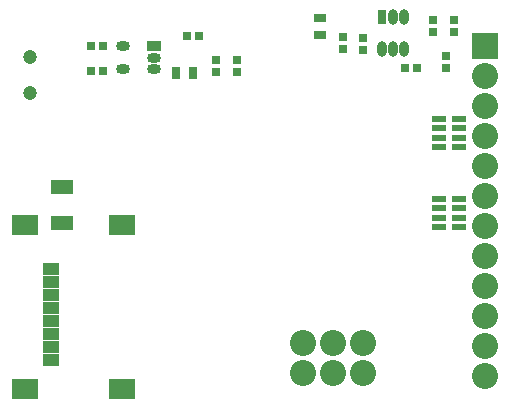
<source format=gbs>
G04*
G04 #@! TF.GenerationSoftware,Altium Limited,Altium Designer,18.1.9 (240)*
G04*
G04 Layer_Color=16711935*
%FSLAX25Y25*%
%MOIN*%
G70*
G01*
G75*
%ADD32R,0.07493X0.05131*%
%ADD33R,0.02992X0.02992*%
%ADD34R,0.02992X0.02992*%
%ADD49C,0.08674*%
%ADD50C,0.04737*%
%ADD51R,0.08674X0.08674*%
%ADD68R,0.04540X0.02375*%
%ADD69R,0.08674X0.06706*%
%ADD70R,0.05524X0.03950*%
%ADD71R,0.04567X0.03386*%
%ADD72O,0.04567X0.03386*%
%ADD73R,0.03162X0.05131*%
%ADD74O,0.03162X0.05131*%
%ADD75R,0.03950X0.03162*%
%ADD76R,0.03162X0.03950*%
D32*
X23622Y60827D02*
D03*
Y73032D02*
D03*
D33*
X33465Y111721D02*
D03*
X37402D02*
D03*
X65354Y123228D02*
D03*
X69291D02*
D03*
X33465Y119791D02*
D03*
X37402D02*
D03*
X138189Y112598D02*
D03*
X142126D02*
D03*
D34*
X81890Y111327D02*
D03*
Y115264D02*
D03*
X75197Y111327D02*
D03*
Y115264D02*
D03*
X117323Y122835D02*
D03*
Y118898D02*
D03*
X124016Y122622D02*
D03*
Y118685D02*
D03*
X147244Y128527D02*
D03*
Y124591D02*
D03*
X154252Y128528D02*
D03*
Y124591D02*
D03*
X151575Y112598D02*
D03*
Y116535D02*
D03*
D49*
X104016Y11024D02*
D03*
X114016D02*
D03*
X124016D02*
D03*
X104016Y21024D02*
D03*
X114016D02*
D03*
X124016D02*
D03*
X164567Y109921D02*
D03*
Y99921D02*
D03*
Y89921D02*
D03*
Y79921D02*
D03*
Y69921D02*
D03*
Y59921D02*
D03*
Y49921D02*
D03*
Y39921D02*
D03*
Y29921D02*
D03*
Y19921D02*
D03*
Y9921D02*
D03*
D50*
X12992Y116142D02*
D03*
Y104331D02*
D03*
D51*
X164567Y119921D02*
D03*
D68*
X155905Y68898D02*
D03*
Y65748D02*
D03*
Y62598D02*
D03*
Y59449D02*
D03*
X149213D02*
D03*
Y62598D02*
D03*
Y65748D02*
D03*
Y68898D02*
D03*
X155905Y95669D02*
D03*
Y92520D02*
D03*
Y89370D02*
D03*
Y86221D02*
D03*
X149213D02*
D03*
Y89370D02*
D03*
Y92520D02*
D03*
Y95669D02*
D03*
D69*
X43701Y5512D02*
D03*
X11417D02*
D03*
X43701Y60197D02*
D03*
X11417D02*
D03*
D70*
X20079Y45551D02*
D03*
Y41221D02*
D03*
Y36890D02*
D03*
Y32559D02*
D03*
Y28228D02*
D03*
Y23898D02*
D03*
Y19567D02*
D03*
Y15236D02*
D03*
D71*
X54331Y119791D02*
D03*
D72*
Y116051D02*
D03*
Y112311D02*
D03*
X44094Y119791D02*
D03*
Y112311D02*
D03*
D73*
X130315Y129528D02*
D03*
D74*
X134055D02*
D03*
X137795D02*
D03*
X130315Y118898D02*
D03*
X134055D02*
D03*
X137795D02*
D03*
D75*
X109843Y123622D02*
D03*
Y129134D02*
D03*
D76*
X61811Y110933D02*
D03*
X67323D02*
D03*
M02*

</source>
